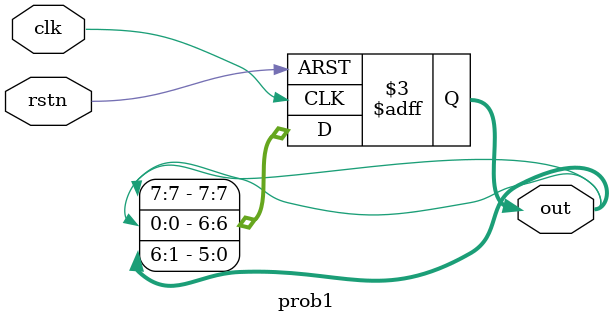
<source format=v>
`timescale 1ns / 1ps


module prob1(
    input   wire clk,
    input   wire rstn,
    output  reg [7:0] out 
    );
    
    always@(posedge clk or negedge rstn) begin
        if(!rstn) begin
            out    <= 8'b1100_0000;
        end else begin
            out[7] <= out[7];
            out[6] <= out[0];
            out[5] <= out[6];
            out[4] <= out[5];
            out[3] <= out[4];
            out[2] <= out[3];
            out[1] <= out[2];
            out[0] <= out[1];
      end
    end
endmodule

</source>
